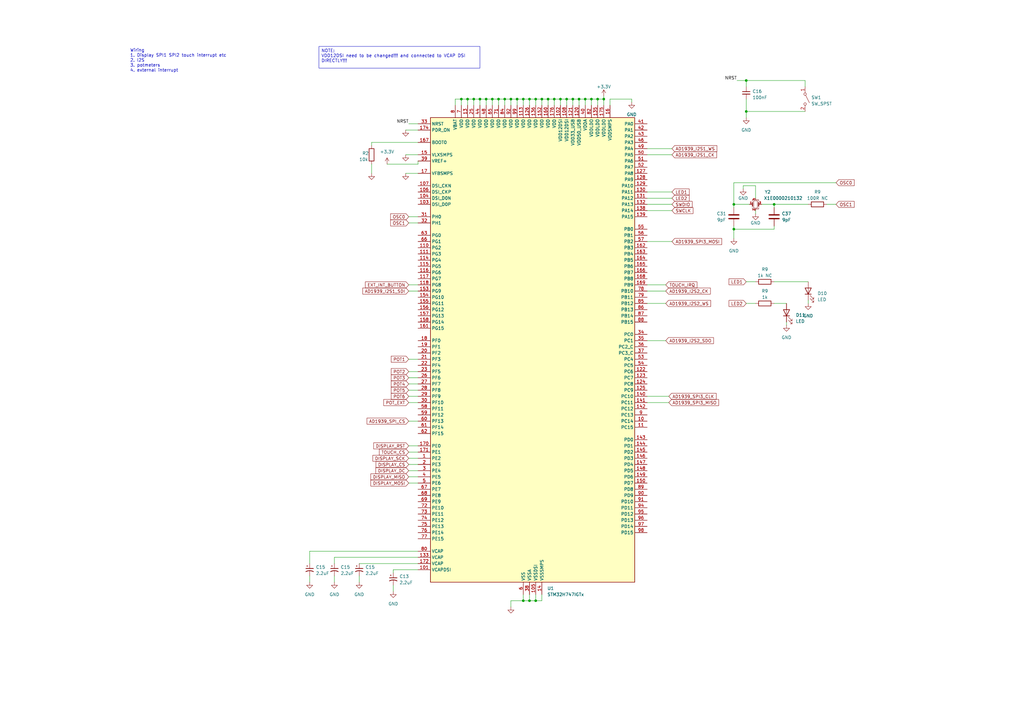
<source format=kicad_sch>
(kicad_sch (version 20230121) (generator eeschema)
  (paper "A3")
  (lib_symbols
    (symbol "Device:C" (pin_numbers hide) (pin_names (offset 0.254))
      (property "Reference" "C" (at 0.635 2.54 0))
      (property "Value" "C" (at 0.635 -2.54 0))
      (symbol "C_0_1"
        (polyline (pts (xy -2.032 -0.762) (xy 2.032 -0.762)) (stroke (width 0.508)))
        (polyline (pts (xy -2.032 0.762) (xy 2.032 0.762)) (stroke (width 0.508)))
      )
      (symbol "C_1_1"
        (pin passive line (at 0 3.81 270) (length 2.794) (name "~") (number "1"))
        (pin passive line (at 0 -3.81 90) (length 2.794) (name "~") (number "2"))
      )
    )
    (symbol "Device:C_Polarized_Small_US" (pin_numbers hide) (pin_names (offset 0.254) hide)
      (property "Reference" "C" (at 0.254 1.778 0))
      (property "Value" "C_Polarized_Small_US" (at 0.254 -2.032 0))
      (symbol "C_Polarized_Small_US_0_1"
        (polyline (pts (xy -1.524 0.508) (xy 1.524 0.508)) (stroke (width 0.3048)))
        (polyline (pts (xy -1.27 1.524) (xy -0.762 1.524)))
        (polyline (pts (xy -1.016 1.27) (xy -1.016 1.778)))
        (arc (start 1.524 -0.762) (mid 0 -0.3734) (end -1.524 -0.762) (stroke (width 0.3048)))
      )
      (symbol "C_Polarized_Small_US_1_1"
        (pin passive line (at 0 2.54 270) (length 2.032) (name "~") (number "1"))
        (pin passive line (at 0 -2.54 90) (length 2.032) (name "~") (number "2"))
      )
    )
    (symbol "Device:C_Small" (pin_numbers hide) (pin_names (offset 0.254) hide)
      (property "Reference" "C" (at 0.254 1.778 0))
      (property "Value" "C_Small" (at 0.254 -2.032 0))
      (symbol "C_Small_0_1"
        (polyline (pts (xy -1.524 -0.508) (xy 1.524 -0.508)) (stroke (width 0.3302)))
        (polyline (pts (xy -1.524 0.508) (xy 1.524 0.508)) (stroke (width 0.3048)))
      )
      (symbol "C_Small_1_1"
        (pin passive line (at 0 2.54 270) (length 2.032) (name "~") (number "1"))
        (pin passive line (at 0 -2.54 90) (length 2.032) (name "~") (number "2"))
      )
    )
    (symbol "Device:Crystal_GND24_Small" (pin_names (offset 1.016) hide)
      (property "Reference" "Y" (at 1.27 4.445 0))
      (property "Value" "Crystal_GND24_Small" (at 1.27 2.54 0))
      (symbol "Crystal_GND24_Small_0_1"
        (rectangle (start -0.762 -1.524) (end 0.762 1.524))
        (polyline (pts (xy -1.27 -0.762) (xy -1.27 0.762)) (stroke (width 0.381)))
        (polyline (pts (xy 1.27 -0.762) (xy 1.27 0.762)) (stroke (width 0.381)))
        (polyline (pts (xy -1.27 -1.27) (xy -1.27 -1.905) (xy 1.27 -1.905) (xy 1.27 -1.27)))
        (polyline (pts (xy -1.27 1.27) (xy -1.27 1.905) (xy 1.27 1.905) (xy 1.27 1.27)))
      )
      (symbol "Crystal_GND24_Small_1_1"
        (pin passive line (at -2.54 0 0) (length 1.27) (name "1") (number "1"))
        (pin passive line (at 0 -2.54 90) (length 0.635) (name "2") (number "2"))
        (pin passive line (at 2.54 0 180) (length 1.27) (name "3") (number "3"))
        (pin passive line (at 0 2.54 270) (length 0.635) (name "4") (number "4"))
      )
    )
    (symbol "Device:LED" (pin_numbers hide) (pin_names (offset 1.016) hide)
      (property "Reference" "D" (at 0 2.54 0))
      (property "Value" "LED" (at 0 -2.54 0))
      (symbol "LED_0_1"
        (polyline (pts (xy -1.27 -1.27) (xy -1.27 1.27)) (stroke (width 0.254)))
        (polyline (pts (xy -1.27 0) (xy 1.27 0)))
        (polyline (pts (xy 1.27 -1.27) (xy 1.27 1.27) (xy -1.27 0) (xy 1.27 -1.27)) (stroke (width 0.254)))
        (polyline (pts (xy -3.048 -0.762) (xy -4.572 -2.286) (xy -3.81 -2.286) (xy -4.572 -2.286) (xy -4.572 -1.524)))
        (polyline (pts (xy -1.778 -0.762) (xy -3.302 -2.286) (xy -2.54 -2.286) (xy -3.302 -2.286) (xy -3.302 -1.524)))
      )
      (symbol "LED_1_1"
        (pin passive line (at -3.81 0 0) (length 2.54) (name "K") (number "1"))
        (pin passive line (at 3.81 0 180) (length 2.54) (name "A") (number "2"))
      )
    )
    (symbol "Device:R" (pin_numbers hide) (pin_names (offset 0))
      (property "Reference" "R" (at 2.032 0 90))
      (property "Value" "R" (at 0 0 90))
      (symbol "R_0_1"
        (rectangle (start -1.016 -2.54) (end 1.016 2.54) (stroke (width 0.254)))
      )
      (symbol "R_1_1"
        (pin passive line (at 0 3.81 270) (length 1.27) (name "~") (number "1"))
        (pin passive line (at 0 -3.81 90) (length 1.27) (name "~") (number "2"))
      )
    )
    (symbol "MCU_ST_STM32H7:STM32H747IGTx"
      (property "Reference" "U" (at -40.64 97.79 0))
      (property "Value" "STM32H747IGTx" (at 35.56 97.79 0))
      (symbol "STM32H747IGTx_0_1"
        (rectangle (start -40.64 -93.98) (end 43.18 96.52) (stroke (width 0.254)) (fill (type background)))
      )
      (symbol "STM32H747IGTx_1_1"
        (pin bidirectional line (at -45.72 -43.18 0) (length 5.08) (name "PE2") (number "1"))
        (pin bidirectional line (at 48.26 -27.94 180) (length 5.08) (name "PC14") (number "10"))
        (pin passive line (at -2.54 -99.06 90) (length 5.08) hide (name "VSS") (number "100"))
        (pin power_out line (at -45.72 -88.9 0) (length 5.08) (name "VCAPDSI") (number "101"))
        (pin power_in line (at 12.7 101.6 270) (length 5.08) (name "VDD12DSI") (number "102"))
        (pin bidirectional line (at -45.72 60.96 0) (length 5.08) (name "DSI_D0P") (number "103"))
        (pin bidirectional line (at -45.72 63.5 0) (length 5.08) (name "DSI_D0N") (number "104"))
        (pin power_in line (at 2.54 -99.06 90) (length 5.08) (name "VSSDSI") (number "105"))
        (pin bidirectional line (at -45.72 66.04 0) (length 5.08) (name "DSI_CKP") (number "106"))
        (pin bidirectional line (at -45.72 68.58 0) (length 5.08) (name "DSI_CKN") (number "107"))
        (pin power_in line (at 15.24 101.6 270) (length 5.08) (name "VDD12DSI") (number "108"))
        (pin passive line (at 2.54 -99.06 90) (length 5.08) hide (name "VSSDSI") (number "109"))
        (pin bidirectional line (at 48.26 -30.48 180) (length 5.08) (name "PC15") (number "11"))
        (pin bidirectional line (at -45.72 43.18 0) (length 5.08) (name "PG2") (number "110"))
        (pin bidirectional line (at -45.72 40.64 0) (length 5.08) (name "PG3") (number "111"))
        (pin passive line (at -2.54 -99.06 90) (length 5.08) hide (name "VSS") (number "112"))
        (pin power_in line (at -2.54 101.6 270) (length 5.08) (name "VDD") (number "113"))
        (pin bidirectional line (at -45.72 38.1 0) (length 5.08) (name "PG4") (number "114"))
        (pin bidirectional line (at -45.72 35.56 0) (length 5.08) (name "PG5") (number "115"))
        (pin bidirectional line (at -45.72 33.02 0) (length 5.08) (name "PG6") (number "116"))
        (pin bidirectional line (at -45.72 30.48 0) (length 5.08) (name "PG7") (number "117"))
        (pin bidirectional line (at -45.72 27.94 0) (length 5.08) (name "PG8") (number "118"))
        (pin passive line (at -2.54 -99.06 90) (length 5.08) hide (name "VSS") (number "119"))
        (pin passive line (at -2.54 -99.06 90) (length 5.08) hide (name "VSS") (number "12"))
        (pin power_in line (at 20.32 101.6 270) (length 5.08) (name "VDD50_USB") (number "120"))
        (pin power_in line (at 17.78 101.6 270) (length 5.08) (name "VDD33_USB") (number "121"))
        (pin bidirectional line (at 48.26 -7.62 180) (length 5.08) (name "PC6") (number "122"))
        (pin bidirectional line (at 48.26 -10.16 180) (length 5.08) (name "PC7") (number "123"))
        (pin bidirectional line (at 48.26 -12.7 180) (length 5.08) (name "PC8") (number "124"))
        (pin bidirectional line (at 48.26 -15.24 180) (length 5.08) (name "PC9") (number "125"))
        (pin power_in line (at 0 101.6 270) (length 5.08) (name "VDD") (number "126"))
        (pin bidirectional line (at 48.26 73.66 180) (length 5.08) (name "PA8") (number "127"))
        (pin bidirectional line (at 48.26 71.12 180) (length 5.08) (name "PA9") (number "128"))
        (pin bidirectional line (at 48.26 68.58 180) (length 5.08) (name "PA10") (number "129"))
        (pin power_in line (at -25.4 101.6 270) (length 5.08) (name "VDD") (number "13"))
        (pin bidirectional line (at 48.26 66.04 180) (length 5.08) (name "PA11") (number "130"))
        (pin bidirectional line (at 48.26 63.5 180) (length 5.08) (name "PA12") (number "131"))
        (pin bidirectional line (at 48.26 60.96 180) (length 5.08) (name "PA13") (number "132"))
        (pin power_out line (at -45.72 -83.82 0) (length 5.08) (name "VCAP") (number "133"))
        (pin passive line (at -2.54 -99.06 90) (length 5.08) hide (name "VSS") (number "134"))
        (pin power_in line (at 27.94 101.6 270) (length 5.08) (name "VDDLDO") (number "135"))
        (pin power_in line (at 2.54 101.6 270) (length 5.08) (name "VDD") (number "136"))
        (pin passive line (at -2.54 -99.06 90) (length 5.08) hide (name "VSS") (number "137"))
        (pin bidirectional line (at 48.26 58.42 180) (length 5.08) (name "PA14") (number "138"))
        (pin bidirectional line (at 48.26 55.88 180) (length 5.08) (name "PA15") (number "139"))
        (pin power_in line (at 5.08 -99.06 90) (length 5.08) (name "VSSSMPS") (number "14"))
        (pin bidirectional line (at 48.26 -17.78 180) (length 5.08) (name "PC10") (number "140"))
        (pin bidirectional line (at 48.26 -20.32 180) (length 5.08) (name "PC11") (number "141"))
        (pin bidirectional line (at 48.26 -22.86 180) (length 5.08) (name "PC12") (number "142"))
        (pin bidirectional line (at 48.26 -35.56 180) (length 5.08) (name "PD0") (number "143"))
        (pin bidirectional line (at 48.26 -38.1 180) (length 5.08) (name "PD1") (number "144"))
        (pin bidirectional line (at 48.26 -40.64 180) (length 5.08) (name "PD2") (number "145"))
        (pin bidirectional line (at 48.26 -43.18 180) (length 5.08) (name "PD3") (number "146"))
        (pin bidirectional line (at 48.26 -45.72 180) (length 5.08) (name "PD4") (number "147"))
        (pin bidirectional line (at 48.26 -48.26 180) (length 5.08) (name "PD5") (number "148"))
        (pin bidirectional line (at 48.26 -50.8 180) (length 5.08) (name "PD6") (number "149"))
        (pin power_in line (at -45.72 81.28 0) (length 5.08) (name "VLXSMPS") (number "15"))
        (pin bidirectional line (at 48.26 -53.34 180) (length 5.08) (name "PD7") (number "150"))
        (pin passive line (at -2.54 -99.06 90) (length 5.08) hide (name "VSS") (number "151"))
        (pin power_in line (at 5.08 101.6 270) (length 5.08) (name "VDD") (number "152"))
        (pin bidirectional line (at -45.72 25.4 0) (length 5.08) (name "PG9") (number "153"))
        (pin bidirectional line (at -45.72 22.86 0) (length 5.08) (name "PG10") (number "154"))
        (pin bidirectional line (at -45.72 20.32 0) (length 5.08) (name "PG11") (number "155"))
        (pin bidirectional line (at -45.72 17.78 0) (length 5.08) (name "PG12") (number "156"))
        (pin bidirectional line (at -45.72 15.24 0) (length 5.08) (name "PG13") (number "157"))
        (pin bidirectional line (at -45.72 12.7 0) (length 5.08) (name "PG14") (number "158"))
        (pin passive line (at -2.54 -99.06 90) (length 5.08) hide (name "VSS") (number "159"))
        (pin power_in line (at 33.02 101.6 270) (length 5.08) (name "VDDSMPS") (number "16"))
        (pin power_in line (at 7.62 101.6 270) (length 5.08) (name "VDD") (number "160"))
        (pin bidirectional line (at -45.72 10.16 0) (length 5.08) (name "PG15") (number "161"))
        (pin bidirectional line (at 48.26 43.18 180) (length 5.08) (name "PB3") (number "162"))
        (pin bidirectional line (at 48.26 40.64 180) (length 5.08) (name "PB4") (number "163"))
        (pin bidirectional line (at 48.26 38.1 180) (length 5.08) (name "PB5") (number "164"))
        (pin bidirectional line (at 48.26 35.56 180) (length 5.08) (name "PB6") (number "165"))
        (pin bidirectional line (at 48.26 33.02 180) (length 5.08) (name "PB7") (number "166"))
        (pin input line (at -45.72 86.36 0) (length 5.08) (name "BOOT0") (number "167"))
        (pin bidirectional line (at 48.26 30.48 180) (length 5.08) (name "PB8") (number "168"))
        (pin bidirectional line (at 48.26 27.94 180) (length 5.08) (name "PB9") (number "169"))
        (pin input line (at -45.72 73.66 0) (length 5.08) (name "VFBSMPS") (number "17"))
        (pin bidirectional line (at -45.72 -38.1 0) (length 5.08) (name "PE0") (number "170"))
        (pin bidirectional line (at -45.72 -40.64 0) (length 5.08) (name "PE1") (number "171"))
        (pin power_out line (at -45.72 -86.36 0) (length 5.08) (name "VCAP") (number "172"))
        (pin passive line (at -2.54 -99.06 90) (length 5.08) hide (name "VSS") (number "173"))
        (pin input line (at -45.72 91.44 0) (length 5.08) (name "PDR_ON") (number "174"))
        (pin power_in line (at 30.48 101.6 270) (length 5.08) (name "VDDLDO") (number "175"))
        (pin power_in line (at 10.16 101.6 270) (length 5.08) (name "VDD") (number "176"))
        (pin bidirectional line (at -45.72 5.08 0) (length 5.08) (name "PF0") (number "18"))
        (pin bidirectional line (at -45.72 2.54 0) (length 5.08) (name "PF1") (number "19"))
        (pin bidirectional line (at -45.72 -45.72 0) (length 5.08) (name "PE3") (number "2"))
        (pin bidirectional line (at -45.72 0 0) (length 5.08) (name "PF2") (number "20"))
        (pin bidirectional line (at -45.72 -2.54 0) (length 5.08) (name "PF3") (number "21"))
        (pin bidirectional line (at -45.72 -5.08 0) (length 5.08) (name "PF4") (number "22"))
        (pin bidirectional line (at -45.72 -7.62 0) (length 5.08) (name "PF5") (number "23"))
        (pin passive line (at -2.54 -99.06 90) (length 5.08) hide (name "VSS") (number "24"))
        (pin power_in line (at -22.86 101.6 270) (length 5.08) (name "VDD") (number "25"))
        (pin bidirectional line (at -45.72 -10.16 0) (length 5.08) (name "PF6") (number "26"))
        (pin bidirectional line (at -45.72 -12.7 0) (length 5.08) (name "PF7") (number "27"))
        (pin bidirectional line (at -45.72 -15.24 0) (length 5.08) (name "PF8") (number "28"))
        (pin bidirectional line (at -45.72 -17.78 0) (length 5.08) (name "PF9") (number "29"))
        (pin bidirectional line (at -45.72 -48.26 0) (length 5.08) (name "PE4") (number "3"))
        (pin bidirectional line (at -45.72 -20.32 0) (length 5.08) (name "PF10") (number "30"))
        (pin bidirectional line (at -45.72 55.88 0) (length 5.08) (name "PH0") (number "31"))
        (pin bidirectional line (at -45.72 53.34 0) (length 5.08) (name "PH1") (number "32"))
        (pin input line (at -45.72 93.98 0) (length 5.08) (name "NRST") (number "33"))
        (pin bidirectional line (at 48.26 7.62 180) (length 5.08) (name "PC0") (number "34"))
        (pin bidirectional line (at 48.26 5.08 180) (length 5.08) (name "PC1") (number "35"))
        (pin bidirectional line (at 48.26 2.54 180) (length 5.08) (name "PC2_C") (number "36"))
        (pin bidirectional line (at 48.26 0 180) (length 5.08) (name "PC3_C") (number "37"))
        (pin power_in line (at 0 -99.06 90) (length 5.08) (name "VSSA") (number "38"))
        (pin input line (at -45.72 78.74 0) (length 5.08) (name "VREF+") (number "39"))
        (pin bidirectional line (at -45.72 -50.8 0) (length 5.08) (name "PE5") (number "4"))
        (pin power_in line (at 22.86 101.6 270) (length 5.08) (name "VDDA") (number "40"))
        (pin bidirectional line (at 48.26 93.98 180) (length 5.08) (name "PA0") (number "41"))
        (pin bidirectional line (at 48.26 91.44 180) (length 5.08) (name "PA1") (number "42"))
        (pin bidirectional line (at 48.26 88.9 180) (length 5.08) (name "PA2") (number "43"))
        (pin power_in line (at -20.32 101.6 270) (length 5.08) (name "VDD") (number "44"))
        (pin passive line (at -2.54 -99.06 90) (length 5.08) hide (name "VSS") (number "45"))
        (pin bidirectional line (at 48.26 86.36 180) (length 5.08) (name "PA3") (number "46"))
        (pin passive line (at -2.54 -99.06 90) (length 5.08) hide (name "VSS") (number "47"))
        (pin power_in line (at -17.78 101.6 270) (length 5.08) (name "VDD") (number "48"))
        (pin bidirectional line (at 48.26 83.82 180) (length 5.08) (name "PA4") (number "49"))
        (pin bidirectional line (at -45.72 -53.34 0) (length 5.08) (name "PE6") (number "5"))
        (pin bidirectional line (at 48.26 81.28 180) (length 5.08) (name "PA5") (number "50"))
        (pin bidirectional line (at 48.26 78.74 180) (length 5.08) (name "PA6") (number "51"))
        (pin bidirectional line (at 48.26 76.2 180) (length 5.08) (name "PA7") (number "52"))
        (pin bidirectional line (at 48.26 -2.54 180) (length 5.08) (name "PC4") (number "53"))
        (pin bidirectional line (at 48.26 -5.08 180) (length 5.08) (name "PC5") (number "54"))
        (pin bidirectional line (at 48.26 50.8 180) (length 5.08) (name "PB0") (number "55"))
        (pin bidirectional line (at 48.26 48.26 180) (length 5.08) (name "PB1") (number "56"))
        (pin bidirectional line (at 48.26 45.72 180) (length 5.08) (name "PB2") (number "57"))
        (pin bidirectional line (at -45.72 -22.86 0) (length 5.08) (name "PF11") (number "58"))
        (pin bidirectional line (at -45.72 -25.4 0) (length 5.08) (name "PF12") (number "59"))
        (pin power_in line (at -2.54 -99.06 90) (length 5.08) (name "VSS") (number "6"))
        (pin bidirectional line (at -45.72 -27.94 0) (length 5.08) (name "PF13") (number "60"))
        (pin bidirectional line (at -45.72 -30.48 0) (length 5.08) (name "PF14") (number "61"))
        (pin bidirectional line (at -45.72 -33.02 0) (length 5.08) (name "PF15") (number "62"))
        (pin bidirectional line (at -45.72 48.26 0) (length 5.08) (name "PG0") (number "63"))
        (pin passive line (at -2.54 -99.06 90) (length 5.08) hide (name "VSS") (number "64"))
        (pin power_in line (at -15.24 101.6 270) (length 5.08) (name "VDD") (number "65"))
        (pin bidirectional line (at -45.72 45.72 0) (length 5.08) (name "PG1") (number "66"))
        (pin bidirectional line (at -45.72 -55.88 0) (length 5.08) (name "PE7") (number "67"))
        (pin bidirectional line (at -45.72 -58.42 0) (length 5.08) (name "PE8") (number "68"))
        (pin bidirectional line (at -45.72 -60.96 0) (length 5.08) (name "PE9") (number "69"))
        (pin power_in line (at -27.94 101.6 270) (length 5.08) (name "VDD") (number "7"))
        (pin passive line (at -2.54 -99.06 90) (length 5.08) hide (name "VSS") (number "70"))
        (pin power_in line (at -12.7 101.6 270) (length 5.08) (name "VDD") (number "71"))
        (pin bidirectional line (at -45.72 -63.5 0) (length 5.08) (name "PE10") (number "72"))
        (pin bidirectional line (at -45.72 -66.04 0) (length 5.08) (name "PE11") (number "73"))
        (pin bidirectional line (at -45.72 -68.58 0) (length 5.08) (name "PE12") (number "74"))
        (pin bidirectional line (at -45.72 -71.12 0) (length 5.08) (name "PE13") (number "75"))
        (pin bidirectional line (at -45.72 -73.66 0) (length 5.08) (name "PE14") (number "76"))
        (pin bidirectional line (at -45.72 -76.2 0) (length 5.08) (name "PE15") (number "77"))
        (pin bidirectional line (at 48.26 25.4 180) (length 5.08) (name "PB10") (number "78"))
        (pin bidirectional line (at 48.26 22.86 180) (length 5.08) (name "PB11") (number "79"))
        (pin power_in line (at -30.48 101.6 270) (length 5.08) (name "VBAT") (number "8"))
        (pin power_out line (at -45.72 -81.28 0) (length 5.08) (name "VCAP") (number "80"))
        (pin passive line (at -2.54 -99.06 90) (length 5.08) hide (name "VSS") (number "81"))
        (pin power_in line (at 25.4 101.6 270) (length 5.08) (name "VDDLDO") (number "82"))
        (pin passive line (at -2.54 -99.06 90) (length 5.08) hide (name "VSS") (number "83"))
        (pin power_in line (at -10.16 101.6 270) (length 5.08) (name "VDD") (number "84"))
        (pin bidirectional line (at 48.26 20.32 180) (length 5.08) (name "PB12") (number "85"))
        (pin bidirectional line (at 48.26 17.78 180) (length 5.08) (name "PB13") (number "86"))
        (pin bidirectional line (at 48.26 15.24 180) (length 5.08) (name "PB14") (number "87"))
        (pin bidirectional line (at 48.26 12.7 180) (length 5.08) (name "PB15") (number "88"))
        (pin bidirectional line (at 48.26 -55.88 180) (length 5.08) (name "PD8") (number "89"))
        (pin bidirectional line (at 48.26 -25.4 180) (length 5.08) (name "PC13") (number "9"))
        (pin bidirectional line (at 48.26 -58.42 180) (length 5.08) (name "PD9") (number "90"))
        (pin bidirectional line (at 48.26 -60.96 180) (length 5.08) (name "PD10") (number "91"))
        (pin power_in line (at -7.62 101.6 270) (length 5.08) (name "VDD") (number "92"))
        (pin passive line (at -2.54 -99.06 90) (length 5.08) hide (name "VSS") (number "93"))
        (pin bidirectional line (at 48.26 -63.5 180) (length 5.08) (name "PD11") (number "94"))
        (pin bidirectional line (at 48.26 -66.04 180) (length 5.08) (name "PD12") (number "95"))
        (pin bidirectional line (at 48.26 -68.58 180) (length 5.08) (name "PD13") (number "96"))
        (pin bidirectional line (at 48.26 -71.12 180) (length 5.08) (name "PD14") (number "97"))
        (pin bidirectional line (at 48.26 -73.66 180) (length 5.08) (name "PD15") (number "98"))
        (pin power_in line (at -5.08 101.6 270) (length 5.08) (name "VDD") (number "99"))
      )
    )
    (symbol "Switch:SW_SPST" (pin_names (offset 0) hide)
      (property "Reference" "SW" (at 0 3.175 0))
      (property "Value" "SW_SPST" (at 0 -2.54 0))
      (symbol "SW_SPST_0_0"
        (circle (center -2.032 0) (radius 0.508))
        (polyline (pts (xy -1.524 0.254) (xy 1.524 1.778)))
        (circle (center 2.032 0) (radius 0.508))
      )
      (symbol "SW_SPST_1_1"
        (pin passive line (at -5.08 0 0) (length 2.54) (name "A") (number "1"))
        (pin passive line (at 5.08 0 180) (length 2.54) (name "B") (number "2"))
      )
    )
    (symbol "power:+3.3V" (power) (pin_names (offset 0))
      (property "Value" "+3.3V" (at 0 3.556 0))
      (symbol "+3.3V_0_1"
        (polyline (pts (xy -0.762 1.27) (xy 0 2.54)))
        (polyline (pts (xy 0 0) (xy 0 2.54)))
        (polyline (pts (xy 0 2.54) (xy 0.762 1.27)))
      )
      (symbol "+3.3V_1_1"
        (pin power_in line (at 0 0 90) (length 0) hide (name "+3.3V") (number "1"))
      )
    )
    (symbol "power:GND" (power) (pin_names (offset 0))
      (property "Value" "GND" (at 0 -3.81 0))
      (symbol "GND_0_1"
        (polyline (pts (xy 0 0) (xy 0 -1.27) (xy 1.27 -1.27) (xy 0 -2.54) (xy -1.27 -1.27) (xy 0 -1.27)))
      )
      (symbol "GND_1_1"
        (pin power_in line (at 0 0 270) (length 0) hide (name "GND") (number "1"))
      )
    )
  )
  (junction (at 232.41 40.64))
  (junction (at 189.23 40.64))
  (junction (at 300.99 93.98))
  (junction (at 209.55 40.64))
  (junction (at 196.85 40.64))
  (junction (at 214.63 40.64))
  (junction (at 242.57 40.64))
  (junction (at 219.71 40.64))
  (junction (at 191.77 40.64))
  (junction (at 217.17 40.64))
  (junction (at 207.01 40.64))
  (junction (at 217.17 246.38))
  (junction (at 227.33 40.64))
  (junction (at 219.71 246.38))
  (junction (at 237.49 40.64))
  (junction (at 222.25 40.64))
  (junction (at 234.95 40.64))
  (junction (at 212.09 40.64))
  (junction (at 204.47 40.64))
  (junction (at 201.93 40.64))
  (junction (at 194.31 40.64))
  (junction (at 199.39 40.64))
  (junction (at 214.63 246.38))
  (junction (at 300.99 83.82))
  (junction (at 317.5 83.82))
  (junction (at 224.79 40.64))
  (junction (at 306.07 33.02))
  (junction (at 245.11 40.64))
  (junction (at 240.03 40.64))
  (junction (at 306.07 45.72))
  (junction (at 229.87 40.64))
  (junction (at 247.65 40.64))
  (wire (pts (xy 166.37 53.34) (xy 171.45 53.34)))
  (wire (pts (xy 186.69 43.18) (xy 186.69 40.64)))
  (wire (pts (xy 259.08 40.64) (xy 259.08 41.91)))
  (wire (pts (xy 232.41 40.64) (xy 234.95 40.64)))
  (wire (pts (xy 300.99 93.98) (xy 317.5 93.98)))
  (wire (pts (xy 167.64 50.8) (xy 171.45 50.8)))
  (wire (pts (xy 217.17 40.64) (xy 219.71 40.64)))
  (wire (pts (xy 265.43 124.46) (xy 273.05 124.46)))
  (wire (pts (xy 222.25 43.18) (xy 222.25 40.64)))
  (wire (pts (xy 166.37 71.12) (xy 171.45 71.12)))
  (wire (pts (xy 167.64 157.48) (xy 171.45 157.48)))
  (wire (pts (xy 247.65 43.18) (xy 247.65 40.64)))
  (wire (pts (xy 194.31 40.64) (xy 196.85 40.64)))
  (wire (pts (xy 265.43 78.74) (xy 275.59 78.74)))
  (wire (pts (xy 152.4 67.31) (xy 152.4 71.12)))
  (wire (pts (xy 219.71 43.18) (xy 219.71 40.64)))
  (wire (pts (xy 219.71 246.38) (xy 222.25 246.38)))
  (wire (pts (xy 127 226.06) (xy 171.45 226.06)))
  (wire (pts (xy 199.39 40.64) (xy 201.93 40.64)))
  (wire (pts (xy 167.64 190.5) (xy 171.45 190.5)))
  (wire (pts (xy 306.07 115.57) (xy 309.88 115.57)))
  (wire (pts (xy 171.45 228.6) (xy 137.16 228.6)))
  (wire (pts (xy 152.4 58.42) (xy 171.45 58.42)))
  (wire (pts (xy 191.77 43.18) (xy 191.77 40.64)))
  (wire (pts (xy 214.63 246.38) (xy 214.63 243.84)))
  (wire (pts (xy 300.99 74.93) (xy 300.99 83.82)))
  (wire (pts (xy 207.01 40.64) (xy 209.55 40.64)))
  (wire (pts (xy 167.64 198.12) (xy 171.45 198.12)))
  (wire (pts (xy 224.79 43.18) (xy 224.79 40.64)))
  (wire (pts (xy 245.11 40.64) (xy 247.65 40.64)))
  (wire (pts (xy 217.17 246.38) (xy 219.71 246.38)))
  (wire (pts (xy 137.16 228.6) (xy 137.16 231.14)))
  (wire (pts (xy 209.55 40.64) (xy 212.09 40.64)))
  (wire (pts (xy 227.33 40.64) (xy 229.87 40.64)))
  (wire (pts (xy 304.8 76.2) (xy 309.88 76.2)))
  (wire (pts (xy 207.01 43.18) (xy 207.01 40.64)))
  (wire (pts (xy 331.47 123.19) (xy 331.47 124.46)))
  (wire (pts (xy 306.07 40.64) (xy 306.07 45.72)))
  (wire (pts (xy 265.43 99.06) (xy 275.59 99.06)))
  (wire (pts (xy 304.8 77.47) (xy 304.8 76.2)))
  (wire (pts (xy 322.58 132.08) (xy 322.58 133.35)))
  (wire (pts (xy 167.64 152.4) (xy 171.45 152.4)))
  (wire (pts (xy 167.64 182.88) (xy 171.45 182.88)))
  (wire (pts (xy 167.64 119.38) (xy 171.45 119.38)))
  (wire (pts (xy 209.55 43.18) (xy 209.55 40.64)))
  (wire (pts (xy 167.64 172.72) (xy 171.45 172.72)))
  (wire (pts (xy 127 231.14) (xy 127 226.06)))
  (wire (pts (xy 242.57 40.64) (xy 245.11 40.64)))
  (wire (pts (xy 250.19 40.64) (xy 259.08 40.64)))
  (wire (pts (xy 265.43 86.36) (xy 275.59 86.36)))
  (wire (pts (xy 204.47 40.64) (xy 207.01 40.64)))
  (wire (pts (xy 306.07 33.02) (xy 306.07 35.56)))
  (wire (pts (xy 127 236.22) (xy 127 238.76)))
  (wire (pts (xy 147.32 231.14) (xy 171.45 231.14)))
  (wire (pts (xy 167.64 88.9) (xy 171.45 88.9)))
  (wire (pts (xy 167.64 193.04) (xy 171.45 193.04)))
  (wire (pts (xy 167.64 154.94) (xy 171.45 154.94)))
  (wire (pts (xy 222.25 246.38) (xy 222.25 243.84)))
  (wire (pts (xy 166.37 63.5) (xy 171.45 63.5)))
  (wire (pts (xy 167.64 165.1) (xy 171.45 165.1)))
  (wire (pts (xy 339.09 83.82) (xy 342.9 83.82)))
  (wire (pts (xy 161.29 240.03) (xy 161.29 242.57)))
  (wire (pts (xy 212.09 43.18) (xy 212.09 40.64)))
  (wire (pts (xy 265.43 60.96) (xy 275.59 60.96)))
  (wire (pts (xy 240.03 40.64) (xy 242.57 40.64)))
  (wire (pts (xy 317.5 115.57) (xy 331.47 115.57)))
  (wire (pts (xy 167.64 185.42) (xy 171.45 185.42)))
  (wire (pts (xy 204.47 43.18) (xy 204.47 40.64)))
  (wire (pts (xy 306.07 33.02) (xy 330.2 33.02)))
  (wire (pts (xy 237.49 43.18) (xy 237.49 40.64)))
  (wire (pts (xy 186.69 40.64) (xy 189.23 40.64)))
  (wire (pts (xy 217.17 246.38) (xy 217.17 243.84)))
  (wire (pts (xy 265.43 81.28) (xy 275.59 81.28)))
  (wire (pts (xy 152.4 59.69) (xy 152.4 58.42)))
  (wire (pts (xy 300.99 74.93) (xy 342.9 74.93)))
  (wire (pts (xy 167.64 195.58) (xy 171.45 195.58)))
  (wire (pts (xy 209.55 246.38) (xy 214.63 246.38)))
  (wire (pts (xy 161.29 233.68) (xy 171.45 233.68)))
  (wire (pts (xy 302.26 33.02) (xy 306.07 33.02)))
  (wire (pts (xy 300.99 83.82) (xy 307.34 83.82)))
  (wire (pts (xy 137.16 236.22) (xy 137.16 238.76)))
  (wire (pts (xy 214.63 43.18) (xy 214.63 40.64)))
  (wire (pts (xy 167.64 91.44) (xy 171.45 91.44)))
  (wire (pts (xy 219.71 246.38) (xy 219.71 243.84)))
  (wire (pts (xy 265.43 83.82) (xy 275.59 83.82)))
  (wire (pts (xy 317.5 92.71) (xy 317.5 93.98)))
  (wire (pts (xy 265.43 116.84) (xy 273.05 116.84)))
  (wire (pts (xy 167.64 187.96) (xy 171.45 187.96)))
  (wire (pts (xy 247.65 39.37) (xy 247.65 40.64)))
  (wire (pts (xy 196.85 43.18) (xy 196.85 40.64)))
  (wire (pts (xy 229.87 40.64) (xy 232.41 40.64)))
  (wire (pts (xy 201.93 43.18) (xy 201.93 40.64)))
  (wire (pts (xy 250.19 43.18) (xy 250.19 40.64)))
  (wire (pts (xy 167.64 116.84) (xy 171.45 116.84)))
  (wire (pts (xy 317.5 85.09) (xy 317.5 83.82)))
  (wire (pts (xy 245.11 43.18) (xy 245.11 40.64)))
  (wire (pts (xy 309.88 76.2) (xy 309.88 81.28)))
  (wire (pts (xy 242.57 43.18) (xy 242.57 40.64)))
  (wire (pts (xy 189.23 40.64) (xy 191.77 40.64)))
  (wire (pts (xy 219.71 40.64) (xy 222.25 40.64)))
  (wire (pts (xy 265.43 63.5) (xy 275.59 63.5)))
  (wire (pts (xy 265.43 165.1) (xy 274.32 165.1)))
  (wire (pts (xy 191.77 40.64) (xy 194.31 40.64)))
  (wire (pts (xy 214.63 40.64) (xy 217.17 40.64)))
  (wire (pts (xy 171.45 67.31) (xy 171.45 66.04)))
  (wire (pts (xy 217.17 43.18) (xy 217.17 40.64)))
  (wire (pts (xy 214.63 246.38) (xy 217.17 246.38)))
  (wire (pts (xy 312.42 83.82) (xy 317.5 83.82)))
  (wire (pts (xy 265.43 139.7) (xy 273.05 139.7)))
  (wire (pts (xy 158.75 67.31) (xy 171.45 67.31)))
  (wire (pts (xy 196.85 40.64) (xy 199.39 40.64)))
  (wire (pts (xy 309.88 86.36) (xy 309.88 87.63)))
  (wire (pts (xy 300.99 83.82) (xy 300.99 85.09)))
  (wire (pts (xy 265.43 162.56) (xy 274.32 162.56)))
  (wire (pts (xy 234.95 43.18) (xy 234.95 40.64)))
  (wire (pts (xy 232.41 43.18) (xy 232.41 40.64)))
  (wire (pts (xy 306.07 45.72) (xy 306.07 48.26)))
  (wire (pts (xy 300.99 92.71) (xy 300.99 93.98)))
  (wire (pts (xy 306.07 124.46) (xy 309.88 124.46)))
  (wire (pts (xy 199.39 43.18) (xy 199.39 40.64)))
  (wire (pts (xy 167.64 162.56) (xy 171.45 162.56)))
  (wire (pts (xy 317.5 83.82) (xy 331.47 83.82)))
  (wire (pts (xy 212.09 40.64) (xy 214.63 40.64)))
  (wire (pts (xy 167.64 147.32) (xy 171.45 147.32)))
  (wire (pts (xy 330.2 35.56) (xy 330.2 33.02)))
  (wire (pts (xy 167.64 160.02) (xy 171.45 160.02)))
  (wire (pts (xy 229.87 43.18) (xy 229.87 40.64)))
  (wire (pts (xy 222.25 40.64) (xy 224.79 40.64)))
  (wire (pts (xy 161.29 234.95) (xy 161.29 233.68)))
  (wire (pts (xy 209.55 246.38) (xy 209.55 248.92)))
  (wire (pts (xy 265.43 119.38) (xy 273.05 119.38)))
  (wire (pts (xy 201.93 40.64) (xy 204.47 40.64)))
  (wire (pts (xy 300.99 93.98) (xy 300.99 97.79)))
  (wire (pts (xy 237.49 40.64) (xy 240.03 40.64)))
  (wire (pts (xy 189.23 43.18) (xy 189.23 40.64)))
  (wire (pts (xy 147.32 236.22) (xy 147.32 238.76)))
  (wire (pts (xy 224.79 40.64) (xy 227.33 40.64)))
  (wire (pts (xy 227.33 43.18) (xy 227.33 40.64)))
  (wire (pts (xy 194.31 43.18) (xy 194.31 40.64)))
  (wire (pts (xy 240.03 43.18) (xy 240.03 40.64)))
  (wire (pts (xy 306.07 45.72) (xy 330.2 45.72)))
  (wire (pts (xy 317.5 124.46) (xy 322.58 124.46)))
  (wire (pts (xy 234.95 40.64) (xy 237.49 40.64)))
  (text_box "NOTE:\nVDD12DSI need to be changed!!! and connected to VCAP DSI DIRECTLY!!!" (at 130.81 19.05 0) (size 66.04 8.89) (effects (font (size 1.27 1.27)) (justify left top)))
  (text "Wiring\n1. Display SPI1 SPI2 touch interrupt etc\n2. I2S\n3. potmeters\n4. external interrupt\n\n" (at 53.34 31.75 0) (effects (font (size 1.27 1.27)) (justify left bottom)))
  (label "NRST" (at 167.64 50.8 180))
  (label "NRST" (at 302.26 33.02 180))
  (global_label "OSC0" (shape input) (at 342.9 74.93 0) (property "Intersheetrefs" "${INTERSHEET_REFS}" (effects hide)))
  (global_label "POT5" (shape input) (at 167.64 160.02 180) (property "Intersheetrefs" "${INTERSHEET_REFS}" (effects hide)))
  (global_label "OSC1" (shape input) (at 167.64 91.44 180) (property "Intersheetrefs" "${INTERSHEET_REFS}" (effects hide)))
  (global_label "AD1939_I2S1_CK" (shape input) (at 275.59 63.5 0) (property "Intersheetrefs" "${INTERSHEET_REFS}" (effects hide)))
  (global_label "TOUCH_CS" (shape input) (at 167.64 185.42 180) (property "Intersheetrefs" "${INTERSHEET_REFS}" (effects hide)))
  (global_label "LED2" (shape input) (at 306.07 124.46 180) (property "Intersheetrefs" "${INTERSHEET_REFS}" (effects hide)))
  (global_label "POT1" (shape input) (at 167.64 147.32 180) (property "Intersheetrefs" "${INTERSHEET_REFS}" (effects hide)))
  (global_label "LED1" (shape input) (at 275.59 78.74 0) (property "Intersheetrefs" "${INTERSHEET_REFS}" (effects hide)))
  (global_label "DISPLAY_RST" (shape input) (at 167.64 182.88 180) (property "Intersheetrefs" "${INTERSHEET_REFS}" (effects hide)))
  (global_label "AD1939_I2S2_CK" (shape input) (at 273.05 119.38 0) (property "Intersheetrefs" "${INTERSHEET_REFS}" (effects hide)))
  (global_label "DISPLAY_CS" (shape input) (at 167.64 190.5 180) (property "Intersheetrefs" "${INTERSHEET_REFS}" (effects hide)))
  (global_label "AD1939_SPI3_CLK" (shape input) (at 274.32 162.56 0) (property "Intersheetrefs" "${INTERSHEET_REFS}" (effects hide)))
  (global_label "AD1939_SPI_CS" (shape input) (at 167.64 172.72 180) (property "Intersheetrefs" "${INTERSHEET_REFS}" (effects hide)))
  (global_label "POT4" (shape input) (at 167.64 157.48 180) (property "Intersheetrefs" "${INTERSHEET_REFS}" (effects hide)))
  (global_label "AD1939_I2S2_SDO" (shape input) (at 273.05 139.7 0) (property "Intersheetrefs" "${INTERSHEET_REFS}" (effects hide)))
  (global_label "LED1" (shape input) (at 306.07 115.57 180) (property "Intersheetrefs" "${INTERSHEET_REFS}" (effects hide)))
  (global_label "EXT_INT_BUTTON" (shape input) (at 167.64 116.84 180) (property "Intersheetrefs" "${INTERSHEET_REFS}" (effects hide)))
  (global_label "AD1939_I2S1_SDI" (shape input) (at 167.64 119.38 180) (property "Intersheetrefs" "${INTERSHEET_REFS}" (effects hide)))
  (global_label "TOUCH_IRQ" (shape input) (at 273.05 116.84 0) (property "Intersheetrefs" "${INTERSHEET_REFS}" (effects hide)))
  (global_label "LED2" (shape input) (at 275.59 81.28 0) (property "Intersheetrefs" "${INTERSHEET_REFS}" (effects hide)))
  (global_label "DISPLAY_DC" (shape input) (at 167.64 193.04 180) (property "Intersheetrefs" "${INTERSHEET_REFS}" (effects hide)))
  (global_label "AD1939_SPI3_MISO" (shape input) (at 274.32 165.1 0) (property "Intersheetrefs" "${INTERSHEET_REFS}" (effects hide)))
  (global_label "POT_EXT" (shape input) (at 167.64 165.1 180) (property "Intersheetrefs" "${INTERSHEET_REFS}" (effects hide)))
  (global_label "DISPLAY_MOSI" (shape input) (at 167.64 198.12 180) (property "Intersheetrefs" "${INTERSHEET_REFS}" (effects hide)))
  (global_label "AD1939_I2S2_WS" (shape input) (at 273.05 124.46 0) (property "Intersheetrefs" "${INTERSHEET_REFS}" (effects hide)))
  (global_label "POT3" (shape input) (at 167.64 154.94 180) (property "Intersheetrefs" "${INTERSHEET_REFS}" (effects hide)))
  (global_label "AD1939_I2S1_WS" (shape input) (at 275.59 60.96 0) (property "Intersheetrefs" "${INTERSHEET_REFS}" (effects hide)))
  (global_label "POT6" (shape input) (at 167.64 162.56 180) (property "Intersheetrefs" "${INTERSHEET_REFS}" (effects hide)))
  (global_label "AD1939_SPI3_MOSI" (shape input) (at 275.59 99.06 0) (property "Intersheetrefs" "${INTERSHEET_REFS}" (effects hide)))
  (global_label "SWCLK" (shape input) (at 275.59 86.36 0) (property "Intersheetrefs" "${INTERSHEET_REFS}" (effects hide)))
  (global_label "SWDIO" (shape input) (at 275.59 83.82 0) (property "Intersheetrefs" "${INTERSHEET_REFS}" (effects hide)))
  (global_label "DISPLAY_MISO" (shape input) (at 167.64 195.58 180) (property "Intersheetrefs" "${INTERSHEET_REFS}" (effects hide)))
  (global_label "POT2" (shape input) (at 167.64 152.4 180) (property "Intersheetrefs" "${INTERSHEET_REFS}" (effects hide)))
  (global_label "OSC0" (shape input) (at 167.64 88.9 180) (property "Intersheetrefs" "${INTERSHEET_REFS}" (effects hide)))
  (global_label "OSC1" (shape input) (at 342.9 83.82 0) (property "Intersheetrefs" "${INTERSHEET_REFS}" (effects hide)))
  (global_label "DISPLAY_SCK" (shape input) (at 167.64 187.96 180) (property "Intersheetrefs" "${INTERSHEET_REFS}" (effects hide)))
  (symbol (lib_id "power:GND") (at 166.37 71.12 0) (unit 1)
    (property "Reference" "#PWR010" (effects hide))
    (property "Value" "GND" (effects hide))
    (instances (project "stm_audio_board_V2_1" (path "" (reference "#PWR010") (unit 1)) (path "" (reference "#PWR068") (unit 1))))
  )
  (symbol (lib_id "power:GND") (at 166.37 63.5 0) (unit 1)
    (property "Reference" "#PWR010" (effects hide))
    (property "Value" "GND" (effects hide))
    (instances (project "stm_audio_board_V2_1" (path "" (reference "#PWR010") (unit 1)) (path "" (reference "#PWR063") (unit 1))))
  )
  (symbol (lib_id "Device:C_Polarized_Small_US") (at 147.32 233.68 0) (unit 1)
    (property "Reference" "C15" (at 149.86 232.6132 0) (effects (justify left)))
    (property "Value" "2.2uF" (at 149.86 235.1532 0) (effects (justify left)))
    (property "Footprint" "Capacitor_SMD:C_0805_2012Metric_Pad1.18x1.45mm_HandSolder" (effects hide))
    (instances (project "stm_audio_board_V2_1" (path "" (reference "C15") (unit 1)) (path "" (reference "C52") (unit 1))))
  )
  (symbol (lib_id "Device:C") (at 300.99 88.9 180) (unit 1)
    (property "Reference" "C31" (at 295.91 87.63 0))
    (property "Value" "9pF" (at 295.91 90.17 0))
    (property "Footprint" "Capacitor_SMD:C_0603_1608Metric_Pad1.08x0.95mm_HandSolder" (effects hide))
  )
  (symbol (lib_id "MCU_ST_STM32H7:STM32H747IGTx") (at 217.17 144.78 0) (unit 1)
    (property "Reference" "U1" (at 224.4441 241.3 0) (effects (justify left)))
    (property "Value" "STM32H747IGTx" (at 224.4441 243.84 0) (effects (justify left)))
    (property "Footprint" "Package_QFP:LQFP-176_24x24mm_P0.5mm" (effects hide))
    (property "Datasheet" "https://www.st.com/resource/en/datasheet/stm32h747ig.pdf" (effects hide))
  )
  (symbol (lib_id "Device:LED") (at 331.47 119.38 90) (unit 1)
    (property "Reference" "D10" (at 335.28 120.3325 90) (effects (justify right)))
    (property "Value" "LED" (at 335.28 122.8725 90) (effects (justify right)))
    (property "Footprint" "LED_SMD:LED_0603_1608Metric_Pad1.05x0.95mm_HandSolder" (effects hide))
  )
  (symbol (lib_id "power:+3.3V") (at 247.65 39.37 0) (unit 1)
    (property "Reference" "#PWR081" (effects hide))
    (property "Value" "+3.3V" (at 247.65 35.56 0))
    (instances (project "stm_audio_board_V2_1" (path "" (reference "#PWR081") (unit 1)) (path "" (reference "#PWR03") (unit 1))))
  )
  (symbol (lib_id "power:GND") (at 300.99 97.79 0) (unit 1)
    (property "Reference" "#PWR019" (effects hide))
    (property "Value" "GND" (at 300.99 102.87 0))
    (instances (project "stm_audio_board_V2_1" (path "" (reference "#PWR019") (unit 1)) (path "" (reference "#PWR07") (unit 1))))
  )
  (symbol (lib_id "Device:C_Polarized_Small_US") (at 161.29 237.49 0) (unit 1)
    (property "Reference" "C13" (at 163.83 236.4232 0) (effects (justify left)))
    (property "Value" "2.2uF" (at 163.83 238.9632 0) (effects (justify left)))
    (property "Footprint" "Capacitor_SMD:C_0805_2012Metric_Pad1.18x1.45mm_HandSolder" (effects hide))
    (instances (project "stm_audio_board_V2_1" (path "" (reference "C13") (unit 1)) (path "" (reference "C2") (unit 1))))
  )
  (symbol (lib_id "power:GND") (at 166.37 53.34 0) (unit 1)
    (property "Reference" "#PWR010" (effects hide))
    (property "Value" "GND" (effects hide))
    (instances (project "stm_audio_board_V2_1" (path "" (reference "#PWR010") (unit 1)) (path "" (reference "#PWR072") (unit 1))))
  )
  (symbol (lib_id "power:GND") (at 322.58 133.35 0) (unit 1)
    (property "Reference" "#PWR019" (effects hide))
    (property "Value" "GND" (at 322.58 138.43 0))
    (instances (project "stm_audio_board_V2_1" (path "" (reference "#PWR019") (unit 1)) (path "" (reference "#PWR089") (unit 1))))
  )
  (symbol (lib_id "power:GND") (at 161.29 242.57 0) (unit 1)
    (property "Reference" "#PWR07" (effects hide))
    (property "Value" "GND" (at 161.29 247.65 0))
    (instances (project "stm_audio_board_V2_1" (path "" (reference "#PWR07") (unit 1)) (path "" (reference "#PWR085") (unit 1))))
  )
  (symbol (lib_id "Device:Crystal_GND24_Small") (at 309.88 83.82 0) (unit 1)
    (property "Reference" "Y2" (at 314.8583 78.74 0))
    (property "Value" "X1E0000210132" (at 321.2083 81.28 0))
    (property "Footprint" "Crystal:Crystal_SMD_SeikoEpson_TSX3225-4Pin_3.2x2.5mm_HandSoldering" (effects hide))
  )
  (symbol (lib_id "power:GND") (at 209.55 248.92 0) (unit 1)
    (property "Reference" "#PWR010" (effects hide))
    (property "Value" "GND" (effects hide))
    (instances (project "stm_audio_board_V2_1" (path "" (reference "#PWR010") (unit 1)) (path "" (reference "#PWR081") (unit 1))))
  )
  (symbol (lib_id "Device:C_Polarized_Small_US") (at 127 233.68 0) (unit 1)
    (property "Reference" "C15" (at 129.54 232.6132 0) (effects (justify left)))
    (property "Value" "2.2uF" (at 129.54 235.1532 0) (effects (justify left)))
    (property "Footprint" "Capacitor_SMD:C_0805_2012Metric_Pad1.18x1.45mm_HandSolder" (effects hide))
    (instances (project "stm_audio_board_V2_1" (path "" (reference "C15") (unit 1)) (path "" (reference "C1") (unit 1))))
  )
  (symbol (lib_id "Device:LED") (at 322.58 128.27 90) (unit 1)
    (property "Reference" "D11" (at 326.39 129.2225 90) (effects (justify right)))
    (property "Value" "LED" (at 326.39 131.7625 90) (effects (justify right)))
    (property "Footprint" "LED_SMD:LED_0603_1608Metric_Pad1.05x0.95mm_HandSolder" (effects hide))
  )
  (symbol (lib_id "Device:C_Small") (at 306.07 38.1 0) (unit 1)
    (property "Reference" "C16" (at 308.61 37.4713 0) (effects (justify left)))
    (property "Value" "100nF " (at 308.61 40.0113 0) (effects (justify left)))
    (property "Footprint" "Capacitor_SMD:C_0603_1608Metric_Pad1.08x0.95mm_HandSolder" (effects hide))
  )
  (symbol (lib_id "Device:R") (at 313.69 124.46 270) (unit 1)
    (property "Reference" "R9" (at 313.69 119.38 90))
    (property "Value" "1k" (at 313.69 121.92 90))
    (property "Footprint" "Resistor_SMD:R_0603_1608Metric_Pad0.98x0.95mm_HandSolder" (effects hide))
    (instances (project "stm_audio_board_V2_1" (path "" (reference "R9") (unit 1)) (path "" (reference "R9") (unit 1)) (path "" (reference "R25") (unit 1))))
  )
  (symbol (lib_id "power:GND") (at 309.88 87.63 0) (unit 1)
    (property "Reference" "#PWR036" (effects hide))
    (property "Value" "GND" (at 309.88 91.44 0))
    (instances (project "stm_audio_board_V2_1" (path "" (reference "#PWR036") (unit 1)) (path "" (reference "#PWR026") (unit 1))))
  )
  (symbol (lib_id "power:GND") (at 137.16 238.76 0) (unit 1)
    (property "Reference" "#PWR08" (effects hide))
    (property "Value" "GND" (at 137.16 243.84 0))
    (instances (project "stm_audio_board_V2_1" (path "" (reference "#PWR08") (unit 1)) (path "" (reference "#PWR042") (unit 1))))
  )
  (symbol (lib_id "power:GND") (at 152.4 71.12 0) (unit 1)
    (property "Reference" "#PWR010" (effects hide))
    (property "Value" "GND" (effects hide))
    (instances (project "stm_audio_board_V2_1" (path "" (reference "#PWR010") (unit 1)) (path "" (reference "#PWR022") (unit 1))))
  )
  (symbol (lib_id "Device:C") (at 317.5 88.9 180) (unit 1)
    (property "Reference" "C37" (at 322.58 87.63 0))
    (property "Value" "9pF" (at 322.58 90.17 0))
    (property "Footprint" "Capacitor_SMD:C_0603_1608Metric_Pad1.08x0.95mm_HandSolder" (effects hide))
  )
  (symbol (lib_id "power:+3.3V") (at 158.75 67.31 0) (unit 1)
    (property "Reference" "#PWR081" (effects hide))
    (property "Value" "+3.3V" (at 158.75 62.23 0))
    (instances (project "stm_audio_board_V2_1" (path "" (reference "#PWR081") (unit 1)) (path "" (reference "#PWR039") (unit 1))))
  )
  (symbol (lib_id "Switch:SW_SPST") (at 330.2 40.64 270) (unit 1)
    (property "Reference" "SW1" (at 332.74 40.005 90) (effects (justify left)))
    (property "Value" "SW_SPST" (at 332.74 42.545 90) (effects (justify left)))
    (property "Footprint" "Button_Switch_SMD:SW_SPST_TL3305A" (effects hide))
  )
  (symbol (lib_id "power:GND") (at 147.32 238.76 0) (unit 1)
    (property "Reference" "#PWR08" (effects hide))
    (property "Value" "GND" (at 147.32 243.84 0))
    (instances (project "stm_audio_board_V2_1" (path "" (reference "#PWR08") (unit 1)) (path "" (reference "#PWR049") (unit 1))))
  )
  (symbol (lib_id "power:GND") (at 331.47 124.46 0) (unit 1)
    (property "Reference" "#PWR019" (effects hide))
    (property "Value" "GND" (at 331.47 129.54 0))
    (instances (project "stm_audio_board_V2_1" (path "" (reference "#PWR019") (unit 1)) (path "" (reference "#PWR096") (unit 1))))
  )
  (symbol (lib_id "power:GND") (at 259.08 41.91 0) (unit 1)
    (property "Reference" "#PWR09" (effects hide))
    (property "Value" "GND" (at 259.08 46.99 0))
    (instances (project "stm_audio_board_V2_1" (path "" (reference "#PWR09") (unit 1)) (path "" (reference "#PWR017") (unit 1))))
  )
  (symbol (lib_id "Device:R") (at 335.28 83.82 270) (unit 1)
    (property "Reference" "R9" (at 335.28 78.74 90))
    (property "Value" "100R NC" (at 335.28 81.28 90))
    (property "Footprint" "Resistor_SMD:R_0603_1608Metric_Pad0.98x0.95mm_HandSolder" (effects hide))
    (instances (project "stm_audio_board_V2_1" (path "" (reference "R9") (unit 1)) (path "" (reference "R9") (unit 1)) (path "" (reference "R2") (unit 1))))
  )
  (symbol (lib_id "Device:R") (at 152.4 63.5 0) (unit 1)
    (property "Reference" "R2" (at 148.59 62.865 0) (effects (justify left)))
    (property "Value" "10k" (at 147.32 65.405 0) (effects (justify left)))
    (property "Footprint" "Resistor_SMD:R_0805_2012Metric_Pad1.20x1.40mm_HandSolder" (effects hide))
    (instances (project "stm_audio_board_V2_1" (path "" (reference "R2") (unit 1)) (path "" (reference "R1") (unit 1))))
  )
  (symbol (lib_id "power:GND") (at 304.8 77.47 0) (unit 1)
    (property "Reference" "#PWR055" (effects hide))
    (property "Value" "GND" (at 304.8 81.28 0))
    (instances (project "stm_audio_board_V2_1" (path "" (reference "#PWR055") (unit 1)) (path "" (reference "#PWR010") (unit 1))))
  )
  (symbol (lib_id "Device:C_Polarized_Small_US") (at 137.16 233.68 0) (unit 1)
    (property "Reference" "C15" (at 139.7 232.6132 0) (effects (justify left)))
    (property "Value" "2.2uF" (at 139.7 235.1532 0) (effects (justify left)))
    (property "Footprint" "Capacitor_SMD:C_0805_2012Metric_Pad1.18x1.45mm_HandSolder" (effects hide))
    (instances (project "stm_audio_board_V2_1" (path "" (reference "C15") (unit 1)) (path "" (reference "C49") (unit 1))))
  )
  (symbol (lib_id "Device:R") (at 313.69 115.57 270) (unit 1)
    (property "Reference" "R9" (at 313.69 110.49 90))
    (property "Value" "1k NC" (at 313.69 113.03 90))
    (property "Footprint" "Resistor_SMD:R_0603_1608Metric_Pad0.98x0.95mm_HandSolder" (effects hide))
    (instances (project "stm_audio_board_V2_1" (path "" (reference "R9") (unit 1)) (path "" (reference "R9") (unit 1)) (path "" (reference "R12") (unit 1))))
  )
  (symbol (lib_id "power:GND") (at 306.07 48.26 0) (unit 1)
    (property "Reference" "#PWR09" (effects hide))
    (property "Value" "GND" (at 306.07 53.34 0))
  )
  (symbol (lib_id "power:GND") (at 127 238.76 0) (unit 1)
    (property "Reference" "#PWR08" (effects hide))
    (property "Value" "GND" (at 127 243.84 0))
    (instances (project "stm_audio_board_V2_1" (path "" (reference "#PWR08") (unit 1)) (path "" (reference "#PWR083") (unit 1))))
  )
)
</source>
